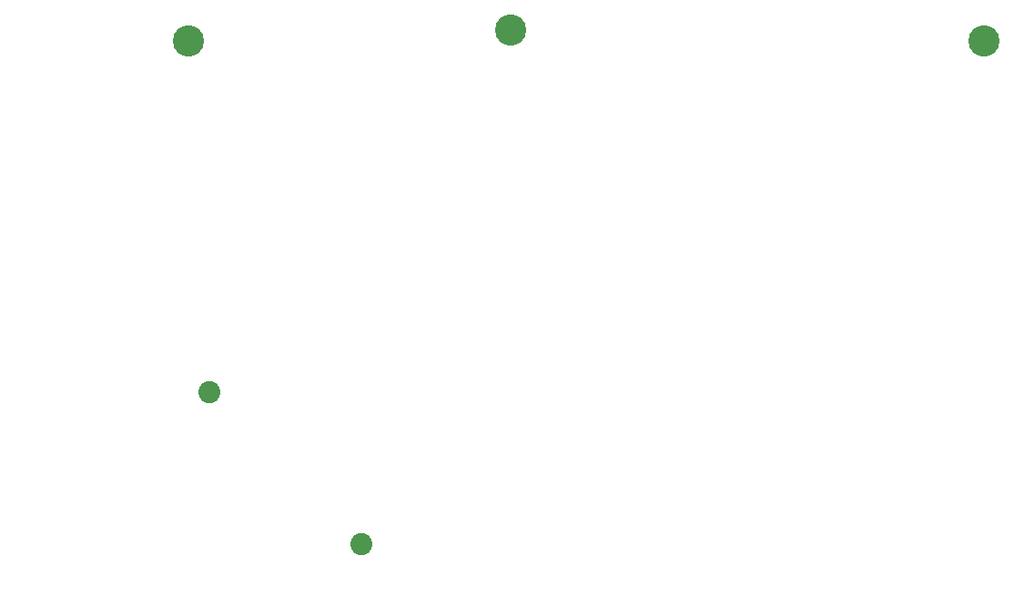
<source format=gts>
G75*
%MOIN*%
%OFA0B0*%
%FSLAX25Y25*%
%IPPOS*%
%LPD*%
%AMOC8*
5,1,8,0,0,1.08239X$1,22.5*
%
%ADD10C,0.11424*%
%ADD11R,0.07480X0.00394*%
%ADD12R,0.08268X0.00394*%
%ADD13R,0.16535X0.00394*%
%ADD14R,0.16929X0.00394*%
%ADD15R,0.22047X0.00394*%
%ADD16R,0.22441X0.00394*%
%ADD17R,0.25984X0.00394*%
%ADD18R,0.26772X0.00394*%
%ADD19R,0.29921X0.00394*%
%ADD20R,0.30315X0.00394*%
%ADD21R,0.33071X0.00394*%
%ADD22R,0.33465X0.00394*%
%ADD23R,0.36220X0.00394*%
%ADD24R,0.36614X0.00394*%
%ADD25R,0.38976X0.00394*%
%ADD26R,0.41732X0.00394*%
%ADD27R,0.42126X0.00394*%
%ADD28R,0.44094X0.00394*%
%ADD29R,0.43701X0.00394*%
%ADD30R,0.46457X0.00394*%
%ADD31R,0.46063X0.00394*%
%ADD32R,0.48425X0.00394*%
%ADD33R,0.50394X0.00394*%
%ADD34R,0.52362X0.00394*%
%ADD35R,0.54331X0.00394*%
%ADD36R,0.53937X0.00394*%
%ADD37R,0.55906X0.00394*%
%ADD38R,0.57480X0.00394*%
%ADD39R,0.57874X0.00394*%
%ADD40R,0.59055X0.00394*%
%ADD41R,0.59449X0.00394*%
%ADD42R,0.60630X0.00394*%
%ADD43R,0.61024X0.00394*%
%ADD44R,0.62205X0.00394*%
%ADD45R,0.62598X0.00394*%
%ADD46R,0.63780X0.00394*%
%ADD47R,0.64173X0.00394*%
%ADD48R,0.65354X0.00394*%
%ADD49R,0.65748X0.00394*%
%ADD50R,0.66535X0.00394*%
%ADD51R,0.68110X0.00394*%
%ADD52R,0.69291X0.00394*%
%ADD53R,0.69685X0.00394*%
%ADD54R,0.70866X0.00394*%
%ADD55R,0.72047X0.00394*%
%ADD56R,0.73228X0.00394*%
%ADD57R,0.73622X0.00394*%
%ADD58R,0.74409X0.00394*%
%ADD59R,0.75591X0.00394*%
%ADD60R,0.75984X0.00394*%
%ADD61R,0.76772X0.00394*%
%ADD62R,0.77953X0.00394*%
%ADD63R,0.78740X0.00394*%
%ADD64R,0.79134X0.00394*%
%ADD65R,0.80315X0.00394*%
%ADD66R,0.79921X0.00394*%
%ADD67R,0.81102X0.00394*%
%ADD68R,0.81496X0.00394*%
%ADD69R,0.82283X0.00394*%
%ADD70R,0.83071X0.00394*%
%ADD71R,0.84252X0.00394*%
%ADD72R,0.84646X0.00394*%
%ADD73R,0.85039X0.00394*%
%ADD74R,0.85433X0.00394*%
%ADD75R,0.86220X0.00394*%
%ADD76R,0.87402X0.00394*%
%ADD77R,0.87008X0.00394*%
%ADD78R,0.88189X0.00394*%
%ADD79R,0.87795X0.00394*%
%ADD80R,0.88976X0.00394*%
%ADD81R,0.89370X0.00394*%
%ADD82R,0.89764X0.00394*%
%ADD83R,0.90157X0.00394*%
%ADD84R,0.90551X0.00394*%
%ADD85R,0.90945X0.00394*%
%ADD86R,0.91732X0.00394*%
%ADD87R,0.92520X0.00394*%
%ADD88R,0.93307X0.00394*%
%ADD89R,0.94094X0.00394*%
%ADD90R,0.94882X0.00394*%
%ADD91R,0.95669X0.00394*%
%ADD92R,0.96457X0.00394*%
%ADD93R,0.97244X0.00394*%
%ADD94R,0.98031X0.00394*%
%ADD95R,0.98819X0.00394*%
%ADD96R,0.99606X0.00394*%
%ADD97R,1.00394X0.00394*%
%ADD98R,1.01181X0.00394*%
%ADD99R,1.01575X0.00394*%
%ADD100R,1.01969X0.00394*%
%ADD101R,0.48031X0.00394*%
%ADD102R,0.47638X0.00394*%
%ADD103R,0.44882X0.00394*%
%ADD104R,0.14961X0.00394*%
%ADD105R,0.44488X0.00394*%
%ADD106R,0.42913X0.00394*%
%ADD107R,0.42520X0.00394*%
%ADD108R,0.41339X0.00394*%
%ADD109R,0.40157X0.00394*%
%ADD110R,0.40551X0.00394*%
%ADD111R,0.39370X0.00394*%
%ADD112R,0.38583X0.00394*%
%ADD113R,0.37795X0.00394*%
%ADD114R,0.37402X0.00394*%
%ADD115R,0.37008X0.00394*%
%ADD116R,0.35827X0.00394*%
%ADD117R,0.35433X0.00394*%
%ADD118R,0.35039X0.00394*%
%ADD119R,0.34646X0.00394*%
%ADD120R,0.34252X0.00394*%
%ADD121R,0.33858X0.00394*%
%ADD122R,0.06693X0.00394*%
%ADD123R,0.32677X0.00394*%
%ADD124R,0.06299X0.00394*%
%ADD125R,0.32283X0.00394*%
%ADD126R,0.31890X0.00394*%
%ADD127R,0.31496X0.00394*%
%ADD128R,0.31102X0.00394*%
%ADD129R,0.30709X0.00394*%
%ADD130R,0.29528X0.00394*%
%ADD131R,0.29134X0.00394*%
%ADD132R,0.28740X0.00394*%
%ADD133R,0.28346X0.00394*%
%ADD134R,0.27953X0.00394*%
%ADD135R,0.04331X0.00394*%
%ADD136R,0.03150X0.00394*%
%ADD137R,0.27559X0.00394*%
%ADD138R,0.01969X0.00394*%
%ADD139R,0.00394X0.00394*%
%ADD140R,0.27165X0.00394*%
%ADD141R,0.03543X0.00394*%
%ADD142R,0.09843X0.00394*%
%ADD143R,0.12992X0.00394*%
%ADD144R,0.16142X0.00394*%
%ADD145R,0.18504X0.00394*%
%ADD146R,0.20079X0.00394*%
%ADD147R,0.26378X0.00394*%
%ADD148R,0.21654X0.00394*%
%ADD149R,0.23228X0.00394*%
%ADD150R,0.24803X0.00394*%
%ADD151R,0.25591X0.00394*%
%ADD152R,0.25197X0.00394*%
%ADD153R,0.38189X0.00394*%
%ADD154R,0.24409X0.00394*%
%ADD155R,0.24016X0.00394*%
%ADD156R,0.45276X0.00394*%
%ADD157R,0.46850X0.00394*%
%ADD158R,0.23622X0.00394*%
%ADD159R,0.22835X0.00394*%
%ADD160R,0.05118X0.00394*%
%ADD161R,0.49213X0.00394*%
%ADD162R,0.10236X0.00394*%
%ADD163R,0.11811X0.00394*%
%ADD164R,0.21260X0.00394*%
%ADD165R,0.49606X0.00394*%
%ADD166R,0.13386X0.00394*%
%ADD167R,0.50000X0.00394*%
%ADD168R,0.14567X0.00394*%
%ADD169R,0.15748X0.00394*%
%ADD170R,0.20866X0.00394*%
%ADD171R,0.20472X0.00394*%
%ADD172R,0.50787X0.00394*%
%ADD173R,0.17323X0.00394*%
%ADD174R,0.18110X0.00394*%
%ADD175R,0.08661X0.00394*%
%ADD176R,0.18898X0.00394*%
%ADD177R,0.19685X0.00394*%
%ADD178R,0.11417X0.00394*%
%ADD179R,0.51181X0.00394*%
%ADD180R,0.12598X0.00394*%
%ADD181R,0.51575X0.00394*%
%ADD182R,0.14173X0.00394*%
%ADD183R,0.09055X0.00394*%
%ADD184R,0.07874X0.00394*%
%ADD185R,0.07087X0.00394*%
%ADD186R,0.19291X0.00394*%
%ADD187R,0.05906X0.00394*%
%ADD188R,0.05512X0.00394*%
%ADD189R,0.09449X0.00394*%
%ADD190R,0.10630X0.00394*%
%ADD191R,0.04724X0.00394*%
%ADD192R,0.13780X0.00394*%
%ADD193R,0.12205X0.00394*%
%ADD194R,0.39764X0.00394*%
%ADD195R,0.00787X0.00394*%
%ADD196R,0.02756X0.00394*%
%ADD197R,0.01181X0.00394*%
%ADD198R,0.02362X0.00394*%
%ADD199R,0.40945X0.00394*%
%ADD200R,0.43307X0.00394*%
%ADD201R,0.45669X0.00394*%
%ADD202R,0.52756X0.00394*%
%ADD203R,0.53150X0.00394*%
%ADD204R,0.51969X0.00394*%
%ADD205R,0.80709X0.00394*%
%ADD206R,0.81890X0.00394*%
%ADD207R,0.82677X0.00394*%
%ADD208R,0.83465X0.00394*%
%ADD209R,0.83858X0.00394*%
%ADD210R,1.33858X0.00394*%
%ADD211R,1.33465X0.00394*%
%ADD212R,1.33071X0.00394*%
%ADD213R,1.32677X0.00394*%
%ADD214R,1.32283X0.00394*%
%ADD215R,1.31890X0.00394*%
%ADD216R,1.31496X0.00394*%
%ADD217R,1.30709X0.00394*%
%ADD218R,1.30315X0.00394*%
%ADD219R,1.29528X0.00394*%
%ADD220R,1.29134X0.00394*%
%ADD221R,1.28740X0.00394*%
%ADD222R,1.28346X0.00394*%
%ADD223R,1.27953X0.00394*%
%ADD224R,1.27559X0.00394*%
%ADD225R,1.27165X0.00394*%
%ADD226R,1.26378X0.00394*%
%ADD227R,1.25591X0.00394*%
%ADD228R,1.25197X0.00394*%
%ADD229R,1.24409X0.00394*%
%ADD230R,1.23622X0.00394*%
%ADD231R,1.23228X0.00394*%
%ADD232R,1.22441X0.00394*%
%ADD233R,1.21654X0.00394*%
%ADD234R,1.21260X0.00394*%
%ADD235R,1.20866X0.00394*%
%ADD236R,1.20472X0.00394*%
%ADD237R,1.19685X0.00394*%
%ADD238R,1.18898X0.00394*%
%ADD239R,1.18110X0.00394*%
%ADD240R,1.17323X0.00394*%
%ADD241R,1.16929X0.00394*%
%ADD242R,1.16535X0.00394*%
%ADD243R,1.16142X0.00394*%
%ADD244R,1.15748X0.00394*%
%ADD245R,1.15354X0.00394*%
%ADD246R,1.14961X0.00394*%
%ADD247R,1.14567X0.00394*%
%ADD248R,1.13780X0.00394*%
%ADD249R,1.13386X0.00394*%
%ADD250R,1.12992X0.00394*%
%ADD251R,1.12598X0.00394*%
%ADD252R,1.12205X0.00394*%
%ADD253R,0.97638X0.00394*%
%ADD254R,0.15354X0.00394*%
%ADD255R,1.03150X0.00394*%
%ADD256R,1.03937X0.00394*%
%ADD257R,1.04331X0.00394*%
%ADD258R,1.05118X0.00394*%
%ADD259R,1.05906X0.00394*%
%ADD260R,1.06299X0.00394*%
%ADD261R,1.07087X0.00394*%
%ADD262R,1.07480X0.00394*%
%ADD263R,1.08268X0.00394*%
%ADD264R,1.08661X0.00394*%
%ADD265R,1.09055X0.00394*%
%ADD266R,1.09843X0.00394*%
%ADD267R,1.10236X0.00394*%
%ADD268R,1.11024X0.00394*%
%ADD269R,1.11417X0.00394*%
%ADD270R,0.11024X0.00394*%
%ADD271R,1.14173X0.00394*%
%ADD272R,0.58268X0.00394*%
%ADD273R,0.56693X0.00394*%
%ADD274R,0.56299X0.00394*%
%ADD275R,0.55118X0.00394*%
%ADD276R,0.53543X0.00394*%
%ADD277R,0.48819X0.00394*%
%ADD278R,0.47244X0.00394*%
%ADD279C,0.08077*%
D10*
X0087677Y0225472D03*
X0205787Y0229409D03*
X0379016Y0225472D03*
D11*
X0308150Y0195157D03*
X0307756Y0194764D03*
X0307362Y0193976D03*
X0306969Y0193583D03*
X0306575Y0192795D03*
X0305787Y0191614D03*
X0305000Y0190433D03*
X0304606Y0189646D03*
X0304213Y0189252D03*
X0303819Y0188465D03*
X0303425Y0188071D03*
X0303031Y0187283D03*
X0302638Y0186890D03*
X0302244Y0186102D03*
X0301457Y0184921D03*
X0301063Y0184134D03*
X0300669Y0183740D03*
X0300276Y0182953D03*
X0299882Y0182559D03*
X0299488Y0181772D03*
X0299094Y0181378D03*
X0298701Y0180591D03*
X0297913Y0179409D03*
X0297126Y0178228D03*
X0296732Y0177441D03*
X0296339Y0177047D03*
X0295945Y0176260D03*
X0295551Y0175866D03*
X0295157Y0175079D03*
X0294764Y0174685D03*
X0294370Y0173898D03*
X0282559Y0182165D03*
X0281772Y0180984D03*
X0281378Y0180197D03*
X0280984Y0179803D03*
X0280591Y0179016D03*
X0280197Y0178622D03*
X0279803Y0177835D03*
X0279409Y0177441D03*
X0279016Y0176654D03*
X0278228Y0175472D03*
X0277441Y0174291D03*
X0277047Y0173504D03*
X0276654Y0173110D03*
X0264449Y0180591D03*
X0264055Y0180197D03*
X0263661Y0179409D03*
X0262874Y0178228D03*
X0262087Y0177047D03*
X0261693Y0176260D03*
X0261299Y0175866D03*
X0260906Y0175079D03*
X0260512Y0174685D03*
X0260118Y0173898D03*
X0259724Y0173504D03*
X0264843Y0181378D03*
X0265236Y0181772D03*
X0265630Y0182559D03*
X0266024Y0182953D03*
X0266417Y0183740D03*
X0267205Y0184921D03*
X0267992Y0186102D03*
X0268386Y0186890D03*
X0268780Y0187283D03*
X0269173Y0188071D03*
X0269567Y0188465D03*
X0269961Y0189252D03*
X0270354Y0189646D03*
X0270748Y0190433D03*
X0271535Y0191614D03*
X0271929Y0192402D03*
X0272323Y0192795D03*
X0272717Y0193583D03*
X0273110Y0193976D03*
X0273504Y0194764D03*
X0273898Y0195157D03*
X0286102Y0187677D03*
X0285315Y0186496D03*
X0284921Y0185709D03*
X0284528Y0185315D03*
X0284134Y0184528D03*
X0283740Y0184134D03*
X0283346Y0183346D03*
X0286890Y0188858D03*
X0287677Y0190039D03*
X0288071Y0190827D03*
X0288465Y0191220D03*
X0288858Y0192008D03*
X0289252Y0192402D03*
X0289646Y0193189D03*
X0290433Y0194370D03*
X0291220Y0195551D03*
X0240827Y0196339D03*
X0240039Y0197520D03*
X0239646Y0197913D03*
X0206181Y0116417D03*
X0272323Y0114055D03*
X0272717Y0113268D03*
X0273110Y0112874D03*
X0273504Y0112087D03*
X0273898Y0111693D03*
X0274291Y0110906D03*
X0274685Y0110512D03*
X0274685Y0110118D03*
X0275079Y0109724D03*
X0275472Y0109331D03*
X0275866Y0108543D03*
X0276260Y0108150D03*
X0277441Y0106575D03*
X0282165Y0100669D03*
X0288465Y0105787D03*
X0103425Y0101850D03*
X0103425Y0091220D03*
X0087677Y0090827D03*
X0087283Y0091220D03*
X0087283Y0101457D03*
X0095157Y0027441D03*
X0100669Y0204213D03*
X0100276Y0204606D03*
X0099882Y0205394D03*
D12*
X0101457Y0203425D03*
X0101850Y0203031D03*
X0214843Y0126260D03*
X0215236Y0126654D03*
X0214449Y0125866D03*
X0214055Y0125472D03*
X0213661Y0125079D03*
X0213268Y0124685D03*
X0212874Y0124291D03*
X0212480Y0123898D03*
X0212087Y0123504D03*
X0211693Y0123110D03*
X0210118Y0121142D03*
X0209724Y0120748D03*
X0209331Y0120354D03*
X0208937Y0119961D03*
X0208543Y0119567D03*
X0208150Y0119173D03*
X0207756Y0118780D03*
X0207362Y0118386D03*
X0206969Y0117992D03*
X0206181Y0116811D03*
X0216811Y0128622D03*
X0217205Y0129016D03*
X0217598Y0129409D03*
X0217992Y0129803D03*
X0218386Y0130197D03*
X0218780Y0130591D03*
X0219173Y0130984D03*
X0219567Y0131378D03*
X0219961Y0131772D03*
X0220354Y0132165D03*
X0221535Y0133740D03*
X0221929Y0134134D03*
X0222323Y0134528D03*
X0222717Y0134921D03*
X0223110Y0135315D03*
X0223504Y0135709D03*
X0223898Y0136102D03*
X0224291Y0136496D03*
X0224685Y0136890D03*
X0225079Y0137283D03*
X0226654Y0139252D03*
X0227047Y0139646D03*
X0227441Y0140039D03*
X0227835Y0140433D03*
X0228228Y0140827D03*
X0228622Y0141220D03*
X0229016Y0141614D03*
X0229409Y0142008D03*
X0229803Y0142402D03*
X0230197Y0142795D03*
X0231378Y0144370D03*
X0231772Y0144764D03*
X0232165Y0145157D03*
X0232559Y0145551D03*
X0232953Y0145945D03*
X0233346Y0146339D03*
X0233740Y0146732D03*
X0234134Y0147126D03*
X0234528Y0147520D03*
X0234921Y0147913D03*
X0236102Y0149488D03*
X0236496Y0149882D03*
X0236890Y0150276D03*
X0237283Y0150669D03*
X0237677Y0151063D03*
X0238071Y0151457D03*
X0238465Y0151850D03*
X0238858Y0152244D03*
X0239252Y0152638D03*
X0239646Y0153031D03*
X0240827Y0154606D03*
X0241220Y0155000D03*
X0241614Y0155394D03*
X0242008Y0155787D03*
X0242402Y0156181D03*
X0242795Y0156575D03*
X0243189Y0156969D03*
X0243583Y0157362D03*
X0243976Y0157756D03*
X0244370Y0158150D03*
X0244764Y0158543D03*
X0245945Y0160118D03*
X0246339Y0160512D03*
X0246732Y0160906D03*
X0247126Y0161299D03*
X0252244Y0166811D03*
X0246732Y0143976D03*
X0283740Y0091614D03*
X0288465Y0027441D03*
X0095551Y0084134D03*
X0088071Y0090433D03*
X0237283Y0200669D03*
X0237677Y0200276D03*
X0238071Y0199882D03*
X0238465Y0199488D03*
D13*
X0246929Y0141220D03*
X0095354Y0086496D03*
X0095354Y0027835D03*
X0056772Y0144370D03*
D14*
X0095551Y0106181D03*
X0112480Y0197126D03*
X0145945Y0206969D03*
X0288465Y0090827D03*
X0288465Y0027835D03*
D15*
X0149685Y0083346D03*
X0149685Y0083740D03*
X0149685Y0084134D03*
X0150472Y0102638D03*
X0150472Y0103031D03*
X0056378Y0141220D03*
X0095354Y0028228D03*
X0246535Y0137677D03*
D16*
X0246339Y0137283D03*
X0187677Y0115630D03*
X0150669Y0103819D03*
X0150669Y0103425D03*
X0056181Y0140827D03*
X0112874Y0198701D03*
X0288465Y0028228D03*
D17*
X0338661Y0070354D03*
X0338661Y0070748D03*
X0339055Y0071142D03*
X0339449Y0071929D03*
X0339055Y0119173D03*
X0339055Y0119567D03*
X0338661Y0119961D03*
X0338268Y0120748D03*
X0245354Y0133346D03*
X0245354Y0133740D03*
X0238661Y0120748D03*
X0238268Y0119961D03*
X0237874Y0119567D03*
X0237874Y0119173D03*
X0237480Y0071929D03*
X0237874Y0071142D03*
X0238268Y0070748D03*
X0238268Y0070354D03*
X0146142Y0071535D03*
X0145748Y0070748D03*
X0145354Y0069961D03*
X0095354Y0028622D03*
X0045748Y0069567D03*
X0045354Y0070354D03*
X0044961Y0070748D03*
X0044961Y0071142D03*
X0044567Y0118780D03*
X0044961Y0119567D03*
X0045354Y0119961D03*
X0045354Y0120354D03*
X0055197Y0137283D03*
X0055197Y0137677D03*
X0145354Y0120354D03*
X0145748Y0119961D03*
X0145748Y0119567D03*
X0146142Y0119173D03*
X0113071Y0199882D03*
D18*
X0131969Y0169961D03*
X0131575Y0169567D03*
X0131181Y0168780D03*
X0130787Y0168386D03*
X0130787Y0167992D03*
X0130394Y0167598D03*
X0130394Y0167205D03*
X0130000Y0166811D03*
X0129606Y0166024D03*
X0129213Y0165630D03*
X0129213Y0165236D03*
X0128819Y0164843D03*
X0128819Y0164449D03*
X0128425Y0164055D03*
X0128031Y0163268D03*
X0127638Y0162874D03*
X0127638Y0162480D03*
X0127244Y0162087D03*
X0127244Y0161693D03*
X0126850Y0161299D03*
X0126457Y0160512D03*
X0126063Y0160118D03*
X0126063Y0159724D03*
X0125669Y0159331D03*
X0125669Y0158937D03*
X0125276Y0158543D03*
X0124882Y0158150D03*
X0124882Y0157756D03*
X0124488Y0157362D03*
X0124488Y0156969D03*
X0124094Y0156575D03*
X0124094Y0156181D03*
X0123701Y0155787D03*
X0123307Y0155394D03*
X0123307Y0155000D03*
X0122913Y0154606D03*
X0122913Y0154213D03*
X0122520Y0153819D03*
X0122126Y0153031D03*
X0121732Y0152638D03*
X0121732Y0152244D03*
X0121339Y0151850D03*
X0121339Y0151457D03*
X0120945Y0151063D03*
X0144173Y0122717D03*
X0144173Y0122323D03*
X0144567Y0121929D03*
X0187874Y0114449D03*
X0239055Y0121535D03*
X0239449Y0121929D03*
X0239449Y0122323D03*
X0239843Y0122717D03*
X0244961Y0132165D03*
X0244961Y0132559D03*
X0337087Y0122717D03*
X0337480Y0122323D03*
X0337874Y0121535D03*
X0337480Y0068386D03*
X0337087Y0067598D03*
X0288661Y0028622D03*
X0239843Y0067598D03*
X0239843Y0067992D03*
X0239449Y0068386D03*
X0144567Y0068386D03*
X0144173Y0067992D03*
X0046929Y0067598D03*
X0046535Y0067992D03*
X0046535Y0068386D03*
X0046142Y0068780D03*
X0046535Y0122323D03*
X0046929Y0123110D03*
X0054803Y0136496D03*
D19*
X0139055Y0129409D03*
X0187874Y0071142D03*
X0139055Y0060906D03*
X0095354Y0029016D03*
X0051654Y0061299D03*
X0244567Y0061299D03*
X0244961Y0060906D03*
X0331969Y0060906D03*
X0332362Y0061299D03*
X0332362Y0129409D03*
X0331969Y0129803D03*
X0306772Y0154606D03*
X0204409Y0218780D03*
X0138268Y0205394D03*
D20*
X0137677Y0205000D03*
X0137283Y0204606D03*
X0204213Y0218386D03*
X0138465Y0130197D03*
X0138858Y0129803D03*
X0187677Y0113268D03*
X0138465Y0060512D03*
X0052638Y0060118D03*
X0052244Y0060512D03*
X0051850Y0060906D03*
X0245157Y0060512D03*
X0245551Y0060118D03*
X0288465Y0029016D03*
X0331378Y0060118D03*
X0331772Y0060512D03*
D21*
X0328031Y0056969D03*
X0248898Y0056969D03*
X0187874Y0072323D03*
X0135118Y0056969D03*
X0095354Y0029409D03*
X0055984Y0056969D03*
X0134724Y0133740D03*
X0135512Y0170748D03*
X0135512Y0171142D03*
X0204409Y0214449D03*
X0204409Y0214843D03*
D22*
X0204606Y0214055D03*
X0122323Y0147520D03*
X0187677Y0112087D03*
X0134528Y0056575D03*
X0249488Y0056575D03*
X0288465Y0029409D03*
X0327441Y0056575D03*
X0327835Y0133740D03*
X0327441Y0134134D03*
X0307756Y0153031D03*
D23*
X0324488Y0054213D03*
X0095354Y0029803D03*
X0059528Y0054213D03*
D24*
X0131378Y0054213D03*
X0187677Y0073898D03*
X0187677Y0110512D03*
X0122717Y0145551D03*
X0206181Y0212874D03*
X0252638Y0054213D03*
X0288465Y0029803D03*
D25*
X0288465Y0030197D03*
X0187677Y0075079D03*
X0187677Y0109331D03*
X0128622Y0138071D03*
X0123110Y0144370D03*
X0207756Y0211693D03*
X0321929Y0137677D03*
X0095551Y0030197D03*
D26*
X0095354Y0030591D03*
X0126850Y0051850D03*
X0125669Y0140039D03*
X0209921Y0209724D03*
X0309134Y0149094D03*
D27*
X0319567Y0138858D03*
X0210512Y0209331D03*
X0123504Y0142402D03*
X0123504Y0142008D03*
X0125079Y0140433D03*
X0187677Y0107362D03*
X0187677Y0077047D03*
X0288465Y0030591D03*
D28*
X0187874Y0105787D03*
X0095354Y0030984D03*
X0309528Y0147913D03*
X0120945Y0201063D03*
D29*
X0187677Y0106181D03*
X0187677Y0078622D03*
X0187677Y0078228D03*
X0288465Y0030984D03*
D30*
X0315827Y0140433D03*
X0095354Y0031378D03*
D31*
X0187677Y0080197D03*
X0187677Y0080591D03*
X0187677Y0103819D03*
X0187677Y0104213D03*
X0288465Y0031378D03*
X0309724Y0146732D03*
D32*
X0310118Y0145551D03*
X0187677Y0101457D03*
X0187677Y0101063D03*
X0187677Y0083346D03*
X0187677Y0082953D03*
X0095551Y0031772D03*
X0288465Y0031772D03*
D33*
X0288661Y0032165D03*
X0313071Y0141614D03*
X0125276Y0224685D03*
X0095354Y0032165D03*
D34*
X0095551Y0032559D03*
X0288465Y0032559D03*
D35*
X0095354Y0032953D03*
X0125276Y0223110D03*
D36*
X0288465Y0032953D03*
D37*
X0288661Y0033346D03*
X0095354Y0033346D03*
X0125276Y0222323D03*
D38*
X0125276Y0221142D03*
X0095354Y0033740D03*
D39*
X0288465Y0033740D03*
D40*
X0095354Y0034134D03*
D41*
X0288465Y0034134D03*
D42*
X0095354Y0034528D03*
D43*
X0288465Y0034528D03*
D44*
X0095354Y0034921D03*
D45*
X0288465Y0034921D03*
D46*
X0095354Y0035315D03*
D47*
X0288465Y0035315D03*
D48*
X0095354Y0035709D03*
D49*
X0288465Y0035709D03*
D50*
X0288465Y0036102D03*
X0095551Y0036102D03*
D51*
X0095551Y0036496D03*
X0288465Y0036496D03*
D52*
X0095354Y0036890D03*
D53*
X0288465Y0036890D03*
D54*
X0288661Y0037283D03*
X0095354Y0037283D03*
D55*
X0095551Y0037677D03*
X0288465Y0037677D03*
D56*
X0095354Y0038071D03*
D57*
X0288465Y0038071D03*
D58*
X0288465Y0038465D03*
X0095551Y0038465D03*
D59*
X0095354Y0038858D03*
D60*
X0288465Y0038858D03*
D61*
X0288465Y0039252D03*
X0095551Y0039252D03*
D62*
X0095354Y0039646D03*
X0288661Y0039646D03*
D63*
X0095354Y0040039D03*
D64*
X0288465Y0040039D03*
D65*
X0289055Y0167598D03*
X0289449Y0167992D03*
X0289843Y0168386D03*
X0095354Y0040433D03*
D66*
X0288465Y0040433D03*
D67*
X0289843Y0169173D03*
X0095354Y0040827D03*
D68*
X0288465Y0040827D03*
X0290039Y0169567D03*
D69*
X0290039Y0170354D03*
X0288465Y0041220D03*
X0095551Y0041220D03*
D70*
X0095551Y0041614D03*
X0288465Y0041614D03*
X0290433Y0171142D03*
D71*
X0290630Y0172323D03*
X0290630Y0172717D03*
X0095354Y0042008D03*
D72*
X0288465Y0042008D03*
D73*
X0095354Y0042402D03*
D74*
X0288465Y0042402D03*
D75*
X0288465Y0042795D03*
X0095551Y0042795D03*
D76*
X0095354Y0043189D03*
D77*
X0288465Y0043189D03*
D78*
X0095354Y0043583D03*
D79*
X0288465Y0043583D03*
D80*
X0095354Y0043976D03*
D81*
X0288465Y0043976D03*
D82*
X0095354Y0044370D03*
D83*
X0288465Y0044370D03*
D84*
X0095354Y0044764D03*
D85*
X0288465Y0044764D03*
D86*
X0288465Y0045157D03*
X0095551Y0045157D03*
D87*
X0095551Y0045551D03*
X0288465Y0045551D03*
D88*
X0288465Y0045945D03*
X0095551Y0045945D03*
D89*
X0095551Y0046339D03*
X0288465Y0046339D03*
D90*
X0288465Y0046732D03*
X0095551Y0046732D03*
D91*
X0095551Y0047126D03*
X0288465Y0047126D03*
D92*
X0288465Y0047520D03*
X0095551Y0047520D03*
D93*
X0095551Y0047913D03*
X0288465Y0047913D03*
D94*
X0288465Y0048307D03*
X0095551Y0048307D03*
D95*
X0095551Y0048701D03*
X0288465Y0048701D03*
X0299882Y0196339D03*
D96*
X0288465Y0049094D03*
X0095551Y0049094D03*
D97*
X0095551Y0049488D03*
X0288465Y0049488D03*
X0299488Y0196732D03*
D98*
X0288465Y0049882D03*
X0095551Y0049882D03*
D99*
X0095354Y0050276D03*
X0299291Y0197126D03*
D100*
X0299094Y0197520D03*
X0288465Y0050276D03*
D101*
X0261102Y0050669D03*
X0187874Y0082559D03*
X0187874Y0101850D03*
X0122520Y0050669D03*
X0068189Y0050669D03*
X0309921Y0145945D03*
X0315039Y0140827D03*
D102*
X0187677Y0102638D03*
X0187677Y0102244D03*
X0187677Y0082165D03*
X0187677Y0081772D03*
X0316024Y0050669D03*
X0122717Y0201457D03*
D103*
X0125276Y0225866D03*
X0309528Y0147520D03*
X0317795Y0051063D03*
X0124488Y0051063D03*
X0066220Y0051063D03*
D104*
X0095354Y0106969D03*
X0056772Y0145157D03*
X0175669Y0056575D03*
X0175669Y0056181D03*
X0175669Y0055787D03*
X0175669Y0055394D03*
X0175669Y0055000D03*
X0175669Y0054606D03*
X0175669Y0054213D03*
X0175669Y0053819D03*
X0175669Y0053425D03*
X0175669Y0053031D03*
X0175669Y0052638D03*
X0175669Y0052244D03*
X0175669Y0051850D03*
X0175669Y0051457D03*
X0175669Y0051063D03*
X0200472Y0128228D03*
X0200472Y0128622D03*
X0200472Y0129016D03*
X0200472Y0129409D03*
X0200472Y0129803D03*
X0200472Y0130197D03*
X0200472Y0130591D03*
X0200472Y0130984D03*
X0200472Y0131378D03*
X0200472Y0131772D03*
X0200472Y0132165D03*
X0200472Y0132559D03*
X0200472Y0132953D03*
X0200472Y0133346D03*
X0200472Y0133740D03*
X0246929Y0142008D03*
X0288268Y0089646D03*
D105*
X0259331Y0051063D03*
X0187677Y0079016D03*
X0187677Y0105394D03*
X0317598Y0139646D03*
D106*
X0187677Y0106575D03*
X0187677Y0077835D03*
X0125866Y0051457D03*
X0064843Y0051457D03*
X0123504Y0141614D03*
D107*
X0124488Y0140827D03*
X0187874Y0106969D03*
X0187874Y0077441D03*
X0257953Y0051457D03*
X0318976Y0051457D03*
X0309134Y0148701D03*
X0211496Y0208543D03*
X0211102Y0208937D03*
X0125276Y0226260D03*
D108*
X0209724Y0210118D03*
X0308937Y0149488D03*
X0187677Y0107756D03*
X0187677Y0076654D03*
X0256969Y0051850D03*
X0319961Y0051850D03*
X0129803Y0135315D03*
X0126260Y0139646D03*
X0123504Y0142795D03*
X0064055Y0051850D03*
D109*
X0063071Y0052244D03*
X0187874Y0075866D03*
X0187874Y0108543D03*
X0129606Y0136102D03*
X0127638Y0138858D03*
X0123307Y0143583D03*
X0208740Y0210906D03*
X0308740Y0149882D03*
X0321339Y0138071D03*
X0320945Y0052244D03*
X0255984Y0052244D03*
D110*
X0187677Y0076260D03*
X0187677Y0108150D03*
X0129803Y0135709D03*
X0127047Y0139252D03*
X0123504Y0143189D03*
X0127835Y0052244D03*
D111*
X0128425Y0052638D03*
X0187874Y0075472D03*
X0255197Y0052638D03*
X0321732Y0052638D03*
X0308740Y0150276D03*
X0129606Y0136890D03*
X0129606Y0136496D03*
X0128031Y0138465D03*
X0123307Y0143976D03*
X0062283Y0052638D03*
D112*
X0061496Y0053031D03*
X0129213Y0053031D03*
X0254409Y0053031D03*
X0322520Y0053031D03*
X0308740Y0150669D03*
X0207165Y0212087D03*
X0129606Y0137283D03*
D113*
X0122913Y0144764D03*
X0130000Y0053425D03*
X0060709Y0053425D03*
X0254016Y0053425D03*
X0308346Y0151063D03*
D114*
X0323504Y0136890D03*
X0206575Y0212480D03*
X0122717Y0145157D03*
X0187677Y0110118D03*
X0187677Y0074291D03*
X0323110Y0053425D03*
D115*
X0323701Y0053819D03*
X0253228Y0053819D03*
X0130787Y0053819D03*
X0060315Y0053819D03*
X0308346Y0151457D03*
X0324094Y0136496D03*
D116*
X0324685Y0136102D03*
X0308150Y0151850D03*
X0187677Y0110906D03*
X0187677Y0073504D03*
X0131772Y0054606D03*
X0058937Y0054606D03*
X0122717Y0145945D03*
X0251850Y0054606D03*
X0325079Y0054606D03*
D117*
X0325669Y0055000D03*
X0325276Y0135709D03*
X0307953Y0152244D03*
X0205591Y0213268D03*
X0122520Y0146339D03*
X0132362Y0055000D03*
X0058346Y0055000D03*
D118*
X0132953Y0055394D03*
X0187677Y0073110D03*
X0187677Y0111299D03*
X0251457Y0055000D03*
X0325866Y0135315D03*
D119*
X0326457Y0134921D03*
X0326063Y0055394D03*
X0250866Y0055394D03*
X0133543Y0055787D03*
X0057953Y0055394D03*
X0122520Y0146732D03*
X0205197Y0213661D03*
D120*
X0122323Y0147126D03*
X0133346Y0134921D03*
X0133740Y0134528D03*
X0187677Y0111693D03*
X0187677Y0072717D03*
X0249882Y0056181D03*
X0250276Y0055787D03*
X0326654Y0055787D03*
X0307756Y0152638D03*
X0057362Y0055787D03*
D121*
X0056772Y0056181D03*
X0056378Y0056575D03*
X0133937Y0056181D03*
X0134331Y0134134D03*
X0135512Y0170354D03*
X0326850Y0134528D03*
X0327244Y0056181D03*
D122*
X0288465Y0086890D03*
X0294370Y0092402D03*
X0294370Y0100276D03*
X0293976Y0100669D03*
X0282165Y0100276D03*
X0269567Y0118780D03*
X0269173Y0119567D03*
X0268780Y0120354D03*
X0268386Y0121142D03*
X0267992Y0121929D03*
X0267598Y0122717D03*
X0267598Y0123110D03*
X0267205Y0123504D03*
X0267205Y0123898D03*
X0266811Y0124291D03*
X0266811Y0124685D03*
X0266417Y0125079D03*
X0266417Y0125472D03*
X0266024Y0125866D03*
X0266024Y0126260D03*
X0266024Y0126654D03*
X0265630Y0127047D03*
X0265630Y0127441D03*
X0265236Y0127835D03*
X0265236Y0128228D03*
X0264843Y0129016D03*
X0264449Y0129803D03*
X0264449Y0130197D03*
X0264055Y0130984D03*
X0263661Y0131772D03*
X0263661Y0132165D03*
X0263268Y0132953D03*
X0263268Y0133346D03*
X0262874Y0134134D03*
X0262480Y0135315D03*
X0262087Y0136102D03*
X0262087Y0136496D03*
X0261693Y0137283D03*
X0261693Y0137677D03*
X0261299Y0138465D03*
X0260512Y0141220D03*
X0260118Y0142402D03*
X0259724Y0143583D03*
X0258937Y0146339D03*
X0258543Y0147520D03*
X0257756Y0150276D03*
X0199488Y0127047D03*
X0199094Y0125866D03*
X0198701Y0124685D03*
X0198307Y0123898D03*
X0198307Y0123504D03*
X0197913Y0122717D03*
X0197520Y0121535D03*
X0197126Y0120354D03*
X0174685Y0119173D03*
X0174291Y0119961D03*
X0173898Y0120748D03*
X0173504Y0121535D03*
X0173110Y0122323D03*
X0172717Y0123110D03*
X0172323Y0123898D03*
X0171929Y0124685D03*
X0171535Y0125472D03*
X0171142Y0126260D03*
X0170748Y0127047D03*
X0170354Y0127835D03*
X0169961Y0128622D03*
X0169567Y0129409D03*
X0169173Y0130197D03*
X0168780Y0130984D03*
X0168386Y0131772D03*
X0167992Y0132559D03*
X0167598Y0133346D03*
X0167205Y0134134D03*
X0166811Y0134921D03*
X0166417Y0135709D03*
X0166024Y0136496D03*
X0165630Y0137283D03*
X0165236Y0138071D03*
X0164843Y0138858D03*
X0164449Y0139646D03*
X0164055Y0140433D03*
X0163661Y0141220D03*
X0163268Y0142008D03*
X0162874Y0142795D03*
X0162480Y0143583D03*
X0162087Y0144370D03*
X0161693Y0144764D03*
X0161693Y0145157D03*
X0161299Y0145551D03*
X0161299Y0145945D03*
X0160906Y0146339D03*
X0160906Y0146732D03*
X0160512Y0147126D03*
X0160512Y0147520D03*
X0160118Y0147913D03*
X0160118Y0148307D03*
X0159724Y0148701D03*
X0159724Y0149094D03*
X0159331Y0149488D03*
X0159331Y0149882D03*
X0158937Y0150276D03*
X0158937Y0150669D03*
X0158543Y0151063D03*
X0158543Y0151457D03*
X0158150Y0151850D03*
X0158150Y0152244D03*
X0157756Y0152638D03*
X0157756Y0153031D03*
X0157362Y0153425D03*
X0157362Y0153819D03*
X0156969Y0154213D03*
X0156969Y0154606D03*
X0156575Y0155000D03*
X0156575Y0155394D03*
X0156181Y0155787D03*
X0156181Y0156181D03*
X0155787Y0156575D03*
X0155787Y0156969D03*
X0155394Y0157362D03*
X0155394Y0157756D03*
X0155000Y0158150D03*
X0154606Y0158937D03*
X0154606Y0159331D03*
X0154213Y0159724D03*
X0153819Y0160512D03*
X0153819Y0160906D03*
X0153425Y0161299D03*
X0153031Y0162087D03*
X0152638Y0162874D03*
X0152244Y0163661D03*
X0151850Y0164449D03*
X0151457Y0165236D03*
X0151063Y0166024D03*
X0150669Y0166811D03*
X0150276Y0167598D03*
X0149882Y0168386D03*
X0149488Y0169173D03*
X0149094Y0169961D03*
X0135709Y0196732D03*
X0135315Y0197520D03*
X0134921Y0198307D03*
X0134528Y0199094D03*
X0134134Y0199882D03*
X0133740Y0200669D03*
X0152244Y0209724D03*
X0152244Y0210118D03*
X0152638Y0210512D03*
X0152638Y0216811D03*
X0152638Y0217205D03*
X0152244Y0217598D03*
X0152244Y0217992D03*
X0098307Y0217598D03*
X0097913Y0217205D03*
X0097913Y0216811D03*
X0098307Y0208543D03*
X0098701Y0207756D03*
X0098701Y0207362D03*
X0099094Y0206969D03*
X0099094Y0206575D03*
X0112480Y0134921D03*
X0112087Y0134134D03*
X0111693Y0133346D03*
X0111299Y0132559D03*
X0110906Y0131772D03*
X0110512Y0130984D03*
X0109724Y0129803D03*
X0109331Y0129016D03*
X0108937Y0128228D03*
X0108543Y0127441D03*
X0108150Y0126654D03*
X0107756Y0125866D03*
X0107362Y0125079D03*
X0106969Y0124291D03*
X0106575Y0123504D03*
X0106181Y0122717D03*
X0105787Y0121929D03*
X0105394Y0121142D03*
X0105000Y0120354D03*
X0104606Y0119567D03*
X0104213Y0118780D03*
X0103819Y0117992D03*
X0103031Y0116811D03*
X0102638Y0116024D03*
X0102244Y0115236D03*
X0101850Y0114449D03*
X0101457Y0113661D03*
X0101063Y0112874D03*
X0100669Y0112087D03*
X0100276Y0111299D03*
X0099882Y0110512D03*
X0099488Y0109724D03*
X0104213Y0100669D03*
X0104606Y0099882D03*
X0104606Y0093189D03*
X0104606Y0092795D03*
X0104213Y0092402D03*
X0086496Y0092402D03*
X0086102Y0093189D03*
X0086102Y0099488D03*
X0086496Y0100276D03*
X0086890Y0101063D03*
X0178622Y0063268D03*
X0178228Y0062087D03*
X0177441Y0059331D03*
X0177047Y0058150D03*
X0176654Y0056969D03*
D123*
X0135315Y0057362D03*
X0055394Y0057362D03*
X0055000Y0057756D03*
X0135315Y0133346D03*
X0135709Y0132953D03*
X0121929Y0147913D03*
X0204213Y0215236D03*
X0204213Y0215630D03*
X0204213Y0216024D03*
X0204213Y0216417D03*
X0307362Y0153425D03*
X0328228Y0133346D03*
X0328622Y0057362D03*
X0248307Y0057362D03*
D124*
X0282362Y0092402D03*
X0281969Y0092795D03*
X0281969Y0099882D03*
X0294567Y0092795D03*
X0265039Y0128622D03*
X0264646Y0129409D03*
X0264252Y0130591D03*
X0263858Y0131378D03*
X0263465Y0132559D03*
X0263071Y0133740D03*
X0262677Y0134528D03*
X0262677Y0134921D03*
X0262283Y0135709D03*
X0261890Y0136890D03*
X0261496Y0138071D03*
X0261102Y0138858D03*
X0261102Y0139252D03*
X0261102Y0139646D03*
X0260709Y0140039D03*
X0260709Y0140433D03*
X0260709Y0140827D03*
X0260315Y0141614D03*
X0260315Y0142008D03*
X0259921Y0142795D03*
X0259921Y0143189D03*
X0259528Y0143976D03*
X0259528Y0144370D03*
X0259528Y0144764D03*
X0259134Y0145157D03*
X0259134Y0145551D03*
X0259134Y0145945D03*
X0258740Y0146732D03*
X0258740Y0147126D03*
X0258346Y0147913D03*
X0258346Y0148307D03*
X0258346Y0148701D03*
X0257953Y0149094D03*
X0257953Y0149488D03*
X0257953Y0149882D03*
X0257559Y0150669D03*
X0257559Y0151063D03*
X0257559Y0151457D03*
X0257165Y0151850D03*
X0257165Y0152244D03*
X0257165Y0152638D03*
X0257165Y0153031D03*
X0256772Y0153425D03*
X0256772Y0153819D03*
X0256772Y0154213D03*
X0256772Y0154606D03*
X0256378Y0155000D03*
X0256378Y0155394D03*
X0256378Y0155787D03*
X0255984Y0156181D03*
X0255984Y0156575D03*
X0255984Y0156969D03*
X0255984Y0157362D03*
X0255591Y0157756D03*
X0255591Y0158150D03*
X0255591Y0158543D03*
X0255591Y0158937D03*
X0255197Y0159331D03*
X0255197Y0159724D03*
X0255197Y0160118D03*
X0254803Y0160512D03*
X0254803Y0160906D03*
X0254803Y0161299D03*
X0251260Y0173110D03*
X0199685Y0127835D03*
X0199685Y0127441D03*
X0199291Y0126654D03*
X0199291Y0126260D03*
X0198898Y0125472D03*
X0198898Y0125079D03*
X0198504Y0124291D03*
X0198110Y0123110D03*
X0197717Y0122323D03*
X0197717Y0121929D03*
X0197323Y0121142D03*
X0197323Y0120748D03*
X0196929Y0119961D03*
X0206378Y0116024D03*
X0174488Y0118780D03*
X0105197Y0098701D03*
X0105197Y0098307D03*
X0105197Y0097913D03*
X0105197Y0097520D03*
X0105197Y0097126D03*
X0105197Y0095551D03*
X0105197Y0095157D03*
X0105197Y0094764D03*
X0105197Y0094370D03*
X0104803Y0093976D03*
X0104803Y0093583D03*
X0104803Y0099094D03*
X0104803Y0099488D03*
X0086299Y0099882D03*
X0085906Y0099094D03*
X0085906Y0098701D03*
X0085512Y0097520D03*
X0085512Y0097126D03*
X0085512Y0096732D03*
X0085512Y0096339D03*
X0085512Y0095945D03*
X0085512Y0095551D03*
X0085512Y0095157D03*
X0085906Y0094370D03*
X0085906Y0093976D03*
X0085906Y0093583D03*
X0086299Y0092795D03*
X0178819Y0064449D03*
X0178819Y0064055D03*
X0178819Y0063661D03*
X0178425Y0062874D03*
X0178425Y0062480D03*
X0178031Y0061693D03*
X0178031Y0061299D03*
X0178031Y0060906D03*
X0177638Y0060512D03*
X0177638Y0060118D03*
X0177638Y0059724D03*
X0177244Y0058937D03*
X0177244Y0058543D03*
X0176850Y0057756D03*
X0176850Y0057362D03*
X0098504Y0208150D03*
X0098110Y0208937D03*
X0098110Y0209331D03*
X0098110Y0209724D03*
X0097717Y0210118D03*
X0097717Y0210512D03*
X0097717Y0210906D03*
X0097717Y0211299D03*
X0097323Y0212480D03*
X0097323Y0212874D03*
X0097323Y0213268D03*
X0097323Y0213661D03*
X0097323Y0214055D03*
X0097323Y0214449D03*
X0097323Y0214843D03*
X0097323Y0215236D03*
X0097717Y0216024D03*
X0097717Y0216417D03*
X0152835Y0216417D03*
X0152835Y0216024D03*
X0153228Y0215236D03*
X0153228Y0214843D03*
X0153228Y0214449D03*
X0153228Y0214055D03*
X0153228Y0213661D03*
X0153228Y0213268D03*
X0153228Y0212874D03*
X0153228Y0212480D03*
X0152835Y0211693D03*
X0152835Y0211299D03*
X0152835Y0210906D03*
D125*
X0135512Y0171929D03*
X0135512Y0171535D03*
X0187874Y0112480D03*
X0136299Y0058150D03*
X0135906Y0057756D03*
X0248110Y0057756D03*
X0328819Y0057756D03*
X0329213Y0132559D03*
X0328819Y0132953D03*
D126*
X0329803Y0058543D03*
X0329409Y0058150D03*
X0247520Y0058150D03*
X0247126Y0058543D03*
X0187677Y0071929D03*
X0136496Y0132165D03*
X0136102Y0132559D03*
X0121929Y0148307D03*
X0131772Y0201850D03*
X0204213Y0216811D03*
X0204213Y0217205D03*
X0054213Y0058543D03*
X0054606Y0058150D03*
D127*
X0053622Y0058937D03*
X0136693Y0058543D03*
X0137087Y0058937D03*
X0137087Y0131772D03*
X0135512Y0172323D03*
X0133150Y0202244D03*
X0204409Y0217598D03*
X0307165Y0153819D03*
X0329606Y0132165D03*
X0330000Y0131772D03*
X0330394Y0131378D03*
D128*
X0330984Y0059724D03*
X0330591Y0059331D03*
X0330197Y0058937D03*
X0246732Y0058937D03*
X0246339Y0059331D03*
X0187677Y0071535D03*
X0137677Y0059331D03*
X0187677Y0112874D03*
X0137677Y0130984D03*
X0137283Y0131378D03*
X0121929Y0148701D03*
X0135709Y0172717D03*
X0134134Y0202638D03*
X0134921Y0203031D03*
X0135315Y0203425D03*
X0204213Y0217992D03*
X0053425Y0059331D03*
D129*
X0052835Y0059724D03*
X0137874Y0059724D03*
X0138268Y0060118D03*
X0138268Y0130591D03*
X0121732Y0149094D03*
X0135512Y0173110D03*
X0135906Y0203819D03*
X0136693Y0204213D03*
X0307165Y0154213D03*
X0330787Y0130984D03*
X0331181Y0130591D03*
X0331575Y0130197D03*
X0246142Y0059724D03*
D130*
X0244370Y0061693D03*
X0243976Y0062087D03*
X0243583Y0062480D03*
X0332559Y0061693D03*
X0332953Y0128622D03*
X0332559Y0129016D03*
X0204213Y0219173D03*
X0138858Y0205787D03*
X0121535Y0149488D03*
X0139646Y0129016D03*
X0053031Y0132165D03*
X0052638Y0131378D03*
X0052244Y0130984D03*
X0052244Y0130591D03*
X0051850Y0130197D03*
X0051850Y0129803D03*
X0051457Y0129409D03*
X0051063Y0129016D03*
X0051063Y0061693D03*
X0139252Y0061299D03*
X0139646Y0061693D03*
X0140039Y0062087D03*
D131*
X0140236Y0062480D03*
X0140630Y0062874D03*
X0050866Y0062087D03*
X0050472Y0062480D03*
X0050472Y0128228D03*
X0050866Y0128622D03*
X0052835Y0131772D03*
X0053228Y0132559D03*
X0053622Y0133346D03*
X0121339Y0149882D03*
X0139843Y0128622D03*
X0140236Y0128228D03*
X0140630Y0127835D03*
X0333150Y0128228D03*
X0333543Y0127835D03*
X0333937Y0127441D03*
X0333543Y0062480D03*
X0333150Y0062087D03*
D132*
X0333740Y0062874D03*
X0334134Y0063268D03*
X0243189Y0062874D03*
X0242795Y0063268D03*
X0187677Y0070748D03*
X0141220Y0063661D03*
X0140827Y0063268D03*
X0187677Y0113661D03*
X0141220Y0127047D03*
X0140827Y0127441D03*
X0053819Y0133740D03*
X0053425Y0132953D03*
X0050276Y0127835D03*
X0049882Y0127441D03*
X0049488Y0063661D03*
X0049882Y0063268D03*
X0050276Y0062874D03*
X0113661Y0200669D03*
X0139252Y0206181D03*
X0204213Y0219567D03*
X0306575Y0155000D03*
X0334134Y0127047D03*
X0334528Y0126654D03*
D133*
X0334724Y0126260D03*
X0335118Y0125866D03*
X0306772Y0155394D03*
X0307165Y0155787D03*
X0307165Y0156181D03*
X0307559Y0156575D03*
X0307953Y0156969D03*
X0307953Y0157362D03*
X0308346Y0157756D03*
X0308740Y0158150D03*
X0308740Y0158543D03*
X0309134Y0158937D03*
X0309528Y0159331D03*
X0309921Y0159724D03*
X0309921Y0160118D03*
X0310315Y0160512D03*
X0310709Y0160906D03*
X0310709Y0161299D03*
X0311102Y0161693D03*
X0311496Y0162087D03*
X0311496Y0162480D03*
X0311890Y0162874D03*
X0312283Y0163268D03*
X0312283Y0163661D03*
X0312677Y0164055D03*
X0313071Y0164449D03*
X0313465Y0164843D03*
X0313465Y0165236D03*
X0313858Y0165630D03*
X0314252Y0166024D03*
X0314252Y0166417D03*
X0314646Y0166811D03*
X0318976Y0173110D03*
X0319370Y0173504D03*
X0319764Y0173898D03*
X0319764Y0174291D03*
X0320157Y0174685D03*
X0320551Y0175079D03*
X0320551Y0175472D03*
X0320945Y0175866D03*
X0321339Y0176260D03*
X0321339Y0176654D03*
X0321732Y0177047D03*
X0322126Y0177441D03*
X0322520Y0177835D03*
X0322520Y0178228D03*
X0322913Y0178622D03*
X0323307Y0179016D03*
X0323307Y0179409D03*
X0323701Y0179803D03*
X0324094Y0180197D03*
X0324094Y0180591D03*
X0324488Y0180984D03*
X0324882Y0181378D03*
X0324882Y0181772D03*
X0325276Y0182165D03*
X0325669Y0182559D03*
X0326063Y0182953D03*
X0326063Y0183346D03*
X0326457Y0183740D03*
X0326850Y0184134D03*
X0326850Y0184528D03*
X0327244Y0184921D03*
X0327638Y0185315D03*
X0327638Y0185709D03*
X0328031Y0186102D03*
X0328425Y0186496D03*
X0328819Y0187283D03*
X0329213Y0187677D03*
X0329606Y0188071D03*
X0329606Y0188465D03*
X0330000Y0188858D03*
X0330394Y0189252D03*
X0330394Y0189646D03*
X0330787Y0190039D03*
X0331181Y0190433D03*
X0331181Y0190827D03*
X0331575Y0191220D03*
X0331969Y0191614D03*
X0332362Y0192008D03*
X0332362Y0192402D03*
X0332756Y0192795D03*
X0333150Y0193189D03*
X0333150Y0193583D03*
X0333543Y0193976D03*
X0333937Y0194370D03*
X0333937Y0194764D03*
X0334331Y0195157D03*
X0334724Y0195551D03*
X0243780Y0129409D03*
X0243386Y0128622D03*
X0242992Y0127835D03*
X0242598Y0127047D03*
X0242205Y0126260D03*
X0241811Y0064843D03*
X0242205Y0064055D03*
X0242598Y0063661D03*
X0334331Y0063661D03*
X0334724Y0064055D03*
X0141811Y0064449D03*
X0141417Y0064055D03*
X0049291Y0064055D03*
X0048898Y0064449D03*
X0049291Y0126654D03*
X0049685Y0127047D03*
X0054016Y0134134D03*
X0054016Y0134528D03*
X0141417Y0126654D03*
X0141811Y0126260D03*
D134*
X0142008Y0125866D03*
X0142402Y0125472D03*
X0121142Y0150276D03*
X0187677Y0114055D03*
X0241614Y0125472D03*
X0242008Y0125866D03*
X0242402Y0126654D03*
X0242795Y0127441D03*
X0243189Y0128228D03*
X0243583Y0129016D03*
X0243976Y0129803D03*
X0328622Y0186890D03*
X0335315Y0125472D03*
X0335709Y0125079D03*
X0335709Y0065630D03*
X0335315Y0064843D03*
X0334921Y0064449D03*
X0242008Y0064449D03*
X0241220Y0065630D03*
X0187677Y0070354D03*
X0142402Y0065236D03*
X0142008Y0064843D03*
X0048701Y0064843D03*
X0048307Y0065236D03*
X0048307Y0125079D03*
X0048701Y0125472D03*
X0048701Y0125866D03*
X0049094Y0126260D03*
X0054213Y0134921D03*
D135*
X0173898Y0117992D03*
X0178228Y0064843D03*
D136*
X0177638Y0065236D03*
X0173701Y0117598D03*
D137*
X0143386Y0123898D03*
X0142992Y0124291D03*
X0142992Y0124685D03*
X0142598Y0125079D03*
X0120945Y0150669D03*
X0054409Y0135315D03*
X0048110Y0124685D03*
X0047717Y0124291D03*
X0047717Y0066417D03*
X0047717Y0066024D03*
X0048110Y0065630D03*
X0142598Y0065630D03*
X0142992Y0066024D03*
X0240630Y0066417D03*
X0241024Y0066024D03*
X0241417Y0065236D03*
X0241024Y0124685D03*
X0241417Y0125079D03*
X0244173Y0130197D03*
X0244173Y0130591D03*
X0244567Y0130984D03*
X0244567Y0131378D03*
X0335906Y0124685D03*
X0336299Y0124291D03*
X0336299Y0066417D03*
X0335906Y0066024D03*
X0335512Y0065236D03*
X0140236Y0206575D03*
D138*
X0198701Y0118780D03*
X0206575Y0114055D03*
X0177047Y0065630D03*
D139*
X0176654Y0066024D03*
X0172717Y0116417D03*
D140*
X0143976Y0123110D03*
X0143583Y0123504D03*
X0122323Y0153425D03*
X0126654Y0160906D03*
X0128228Y0163661D03*
X0129803Y0166417D03*
X0131378Y0169173D03*
X0113268Y0200276D03*
X0204213Y0219961D03*
X0244764Y0131772D03*
X0240827Y0124291D03*
X0240433Y0123898D03*
X0240433Y0123504D03*
X0240039Y0123110D03*
X0240039Y0067205D03*
X0240433Y0066811D03*
X0336496Y0066811D03*
X0336890Y0067205D03*
X0337283Y0067992D03*
X0336890Y0123110D03*
X0336496Y0123504D03*
X0336496Y0123898D03*
X0143976Y0067598D03*
X0143583Y0067205D03*
X0143583Y0066811D03*
X0143189Y0066417D03*
X0047520Y0066811D03*
X0047126Y0067205D03*
X0046732Y0122717D03*
X0047126Y0123504D03*
X0047520Y0123898D03*
X0054606Y0135709D03*
X0054606Y0136102D03*
D141*
X0187677Y0066417D03*
X0206575Y0114843D03*
X0198307Y0119173D03*
X0288465Y0086496D03*
D142*
X0187677Y0066811D03*
X0187677Y0117598D03*
X0251850Y0165630D03*
X0233740Y0203819D03*
X0101457Y0089646D03*
D143*
X0095551Y0107756D03*
X0187677Y0067205D03*
X0246732Y0142795D03*
X0251063Y0162874D03*
X0227441Y0207756D03*
X0112480Y0196339D03*
D144*
X0187677Y0116811D03*
X0187677Y0067598D03*
X0095551Y0106575D03*
X0288465Y0090433D03*
D145*
X0246732Y0140039D03*
X0187677Y0116417D03*
X0187677Y0067992D03*
X0112480Y0197520D03*
D146*
X0056575Y0142402D03*
X0095551Y0104606D03*
X0149882Y0098307D03*
X0149488Y0088465D03*
X0149488Y0088071D03*
X0187677Y0068386D03*
X0187677Y0116024D03*
X0246732Y0139252D03*
X0286102Y0103031D03*
D147*
X0245157Y0132953D03*
X0238858Y0121142D03*
X0238465Y0120354D03*
X0238465Y0069961D03*
X0238858Y0069567D03*
X0238858Y0069173D03*
X0239252Y0068780D03*
X0187677Y0069961D03*
X0145551Y0070354D03*
X0145157Y0069567D03*
X0144764Y0069173D03*
X0144764Y0068780D03*
X0145157Y0120748D03*
X0145157Y0121142D03*
X0144764Y0121535D03*
X0055000Y0136890D03*
X0046339Y0121929D03*
X0045945Y0121535D03*
X0045945Y0121142D03*
X0045551Y0120748D03*
X0045551Y0069961D03*
X0045945Y0069173D03*
X0204213Y0208150D03*
X0204213Y0220354D03*
X0337677Y0121929D03*
X0338071Y0121142D03*
X0338465Y0120354D03*
X0338465Y0069961D03*
X0338071Y0069567D03*
X0338071Y0069173D03*
X0337677Y0068780D03*
D148*
X0187677Y0068780D03*
X0149488Y0084528D03*
X0150276Y0101850D03*
X0150276Y0102244D03*
X0095551Y0103425D03*
X0095551Y0089252D03*
D149*
X0040039Y0105000D03*
X0039646Y0103031D03*
X0039646Y0102638D03*
X0039646Y0102244D03*
X0039646Y0101850D03*
X0039252Y0100669D03*
X0039252Y0100276D03*
X0039252Y0099882D03*
X0039252Y0099488D03*
X0039252Y0099094D03*
X0039252Y0098701D03*
X0039252Y0098307D03*
X0039252Y0097913D03*
X0039252Y0097520D03*
X0039252Y0097126D03*
X0039252Y0096732D03*
X0039252Y0096339D03*
X0039252Y0095945D03*
X0039252Y0095551D03*
X0039252Y0095157D03*
X0039252Y0094764D03*
X0039252Y0094370D03*
X0039252Y0093976D03*
X0039252Y0093583D03*
X0039252Y0093189D03*
X0039252Y0092795D03*
X0039252Y0092402D03*
X0039252Y0092008D03*
X0039252Y0091614D03*
X0039252Y0091220D03*
X0039252Y0090827D03*
X0039252Y0090433D03*
X0039252Y0090039D03*
X0039646Y0088465D03*
X0039646Y0088071D03*
X0039646Y0087677D03*
X0039646Y0087283D03*
X0056181Y0140433D03*
X0150669Y0105000D03*
X0150669Y0104606D03*
X0187677Y0069173D03*
X0232953Y0086102D03*
X0232953Y0086496D03*
X0232559Y0088071D03*
X0232559Y0088465D03*
X0232559Y0088858D03*
X0232559Y0089252D03*
X0232559Y0089646D03*
X0232559Y0090039D03*
X0232559Y0090433D03*
X0232165Y0091220D03*
X0232165Y0091614D03*
X0232165Y0092008D03*
X0232165Y0092402D03*
X0232165Y0092795D03*
X0232165Y0093189D03*
X0232165Y0093583D03*
X0232165Y0093976D03*
X0232165Y0094370D03*
X0232165Y0094764D03*
X0232165Y0095157D03*
X0232165Y0095551D03*
X0232165Y0095945D03*
X0232165Y0096339D03*
X0232165Y0096732D03*
X0232165Y0097126D03*
X0232165Y0097520D03*
X0232165Y0097913D03*
X0232165Y0098307D03*
X0232165Y0098701D03*
X0232165Y0099094D03*
X0232559Y0099882D03*
X0232559Y0100276D03*
X0232559Y0100669D03*
X0232559Y0101063D03*
X0232559Y0101457D03*
X0232559Y0101850D03*
X0232559Y0102244D03*
X0232953Y0104213D03*
X0246339Y0136890D03*
X0343976Y0104606D03*
X0344370Y0102638D03*
X0344370Y0102244D03*
X0344370Y0101850D03*
X0344370Y0101457D03*
X0344370Y0101063D03*
X0344370Y0100669D03*
X0344764Y0099488D03*
X0344764Y0099094D03*
X0344764Y0098701D03*
X0344764Y0098307D03*
X0344764Y0097913D03*
X0344764Y0097520D03*
X0344764Y0097126D03*
X0344764Y0096732D03*
X0344764Y0096339D03*
X0344764Y0095945D03*
X0344764Y0095551D03*
X0344764Y0095157D03*
X0344764Y0094764D03*
X0344764Y0094370D03*
X0344764Y0093976D03*
X0344764Y0093583D03*
X0344764Y0093189D03*
X0344764Y0092795D03*
X0344764Y0092402D03*
X0344764Y0092008D03*
X0344764Y0091614D03*
X0344764Y0091220D03*
X0344764Y0090827D03*
X0344370Y0089646D03*
X0344370Y0089252D03*
X0344370Y0088858D03*
X0344370Y0088465D03*
X0344370Y0088071D03*
X0343976Y0086102D03*
X0204213Y0207362D03*
X0204213Y0221142D03*
D150*
X0204213Y0220748D03*
X0204213Y0207756D03*
X0112874Y0199488D03*
X0055787Y0138858D03*
X0043189Y0115630D03*
X0042795Y0114843D03*
X0042795Y0114449D03*
X0042402Y0114055D03*
X0042402Y0113661D03*
X0042008Y0077835D03*
X0042402Y0077047D03*
X0042402Y0076654D03*
X0042795Y0075866D03*
X0042795Y0075472D03*
X0043189Y0074685D03*
X0147913Y0075472D03*
X0147913Y0075866D03*
X0148307Y0076260D03*
X0148307Y0076654D03*
X0148701Y0077441D03*
X0187677Y0069567D03*
X0235315Y0077047D03*
X0235709Y0076260D03*
X0235709Y0075866D03*
X0236102Y0075472D03*
X0236102Y0075079D03*
X0235315Y0113268D03*
X0235315Y0113661D03*
X0235709Y0114055D03*
X0235709Y0114449D03*
X0236102Y0115236D03*
X0245945Y0135315D03*
X0340433Y0116417D03*
X0340827Y0115630D03*
X0340827Y0115236D03*
X0341220Y0114843D03*
X0341220Y0114449D03*
X0341614Y0113661D03*
X0341614Y0113268D03*
X0341614Y0077047D03*
X0341220Y0076260D03*
X0341220Y0075866D03*
X0340827Y0075079D03*
X0148701Y0112874D03*
X0148307Y0114055D03*
X0148307Y0114449D03*
X0147913Y0114843D03*
X0147913Y0115236D03*
X0147520Y0116024D03*
D151*
X0146732Y0117598D03*
X0146732Y0117992D03*
X0146339Y0118386D03*
X0146339Y0118780D03*
X0147126Y0073504D03*
X0146732Y0072717D03*
X0146732Y0072323D03*
X0146339Y0071929D03*
X0145945Y0071142D03*
X0236890Y0073110D03*
X0237283Y0072717D03*
X0237283Y0072323D03*
X0237677Y0071535D03*
X0236890Y0117205D03*
X0237283Y0117992D03*
X0237283Y0118386D03*
X0237677Y0118780D03*
X0245551Y0134134D03*
X0339252Y0118780D03*
X0339646Y0118386D03*
X0339646Y0117992D03*
X0340039Y0117205D03*
X0340039Y0073110D03*
X0339646Y0072323D03*
X0339252Y0071535D03*
X0055394Y0138071D03*
X0044764Y0119173D03*
X0044370Y0118386D03*
X0043976Y0117598D03*
X0043583Y0073898D03*
X0043976Y0073110D03*
X0043976Y0072717D03*
X0044370Y0072323D03*
X0044370Y0071929D03*
X0044764Y0071535D03*
D152*
X0043780Y0073504D03*
X0043386Y0074291D03*
X0042992Y0075079D03*
X0042992Y0115236D03*
X0043386Y0116024D03*
X0043386Y0116417D03*
X0043780Y0116811D03*
X0043780Y0117205D03*
X0044173Y0117992D03*
X0055591Y0138465D03*
X0146929Y0117205D03*
X0147323Y0116811D03*
X0147323Y0116417D03*
X0147717Y0115630D03*
X0187874Y0114843D03*
X0235906Y0114843D03*
X0236299Y0115630D03*
X0236299Y0116024D03*
X0236693Y0116417D03*
X0236693Y0116811D03*
X0237087Y0117598D03*
X0245748Y0134528D03*
X0245748Y0134921D03*
X0236299Y0074685D03*
X0236299Y0074291D03*
X0236693Y0073898D03*
X0236693Y0073504D03*
X0147717Y0074685D03*
X0147717Y0075079D03*
X0147323Y0074291D03*
X0147323Y0073898D03*
X0146929Y0073110D03*
X0339843Y0072717D03*
X0340236Y0073504D03*
X0340236Y0073898D03*
X0340630Y0074291D03*
X0340630Y0074685D03*
X0341024Y0075472D03*
X0340630Y0116024D03*
X0340236Y0116811D03*
X0339843Y0117598D03*
D153*
X0322717Y0137283D03*
X0187677Y0109724D03*
X0187677Y0074685D03*
X0129409Y0137677D03*
D154*
X0148504Y0113661D03*
X0148504Y0113268D03*
X0148898Y0112480D03*
X0148898Y0112087D03*
X0149291Y0111693D03*
X0149291Y0111299D03*
X0149291Y0110906D03*
X0149685Y0080591D03*
X0149291Y0079409D03*
X0149291Y0079016D03*
X0148898Y0078622D03*
X0148898Y0078228D03*
X0148898Y0077835D03*
X0148504Y0077047D03*
X0234331Y0080197D03*
X0234724Y0079016D03*
X0234724Y0078622D03*
X0235118Y0078228D03*
X0235118Y0077835D03*
X0235118Y0077441D03*
X0235512Y0076654D03*
X0234331Y0110512D03*
X0234724Y0111299D03*
X0234724Y0111693D03*
X0234724Y0112087D03*
X0235118Y0112480D03*
X0235118Y0112874D03*
X0341417Y0114055D03*
X0341811Y0112874D03*
X0341811Y0112480D03*
X0342205Y0112087D03*
X0342205Y0111693D03*
X0342598Y0110512D03*
X0342598Y0080197D03*
X0342598Y0079803D03*
X0342205Y0079016D03*
X0342205Y0078622D03*
X0342205Y0078228D03*
X0341811Y0077835D03*
X0341811Y0077441D03*
X0341417Y0076654D03*
X0042598Y0076260D03*
X0042205Y0077441D03*
X0041811Y0078228D03*
X0041811Y0078622D03*
X0041417Y0079409D03*
X0041417Y0079803D03*
X0041417Y0110906D03*
X0041811Y0111693D03*
X0041811Y0112087D03*
X0041811Y0112480D03*
X0042205Y0112874D03*
X0042205Y0113268D03*
D155*
X0041614Y0111299D03*
X0041220Y0110512D03*
X0041220Y0110118D03*
X0041220Y0109724D03*
X0040827Y0109331D03*
X0040827Y0108937D03*
X0040827Y0108543D03*
X0040433Y0107362D03*
X0040433Y0106969D03*
X0040433Y0083346D03*
X0040827Y0082165D03*
X0040827Y0081772D03*
X0040827Y0081378D03*
X0041220Y0080984D03*
X0041220Y0080591D03*
X0041220Y0080197D03*
X0041614Y0079016D03*
X0055787Y0139252D03*
X0149488Y0110512D03*
X0149488Y0110118D03*
X0149882Y0109724D03*
X0149882Y0109331D03*
X0149882Y0108937D03*
X0150276Y0108150D03*
X0150276Y0107756D03*
X0150276Y0107362D03*
X0150669Y0105787D03*
X0187677Y0115236D03*
X0233346Y0106575D03*
X0233740Y0107756D03*
X0233740Y0108150D03*
X0233740Y0108543D03*
X0234134Y0109331D03*
X0234134Y0109724D03*
X0234134Y0110118D03*
X0234528Y0110906D03*
X0245945Y0135709D03*
X0233346Y0084134D03*
X0233740Y0082559D03*
X0233740Y0082165D03*
X0233740Y0081772D03*
X0234134Y0081378D03*
X0234134Y0080984D03*
X0234134Y0080591D03*
X0234528Y0079803D03*
X0234528Y0079409D03*
X0149882Y0080984D03*
X0149488Y0080197D03*
X0149488Y0079803D03*
X0342402Y0079409D03*
X0342795Y0080591D03*
X0342795Y0080984D03*
X0342795Y0081378D03*
X0343189Y0081772D03*
X0343189Y0082165D03*
X0343189Y0082559D03*
X0343583Y0083740D03*
X0343583Y0106575D03*
X0343189Y0108150D03*
X0343189Y0108543D03*
X0343189Y0108937D03*
X0342795Y0109331D03*
X0342795Y0109724D03*
X0342795Y0110118D03*
X0342402Y0110906D03*
X0342402Y0111299D03*
D156*
X0187677Y0105000D03*
X0187677Y0104606D03*
X0187677Y0079803D03*
X0187677Y0079409D03*
D157*
X0187677Y0080984D03*
X0187677Y0081378D03*
X0187677Y0103031D03*
X0187677Y0103425D03*
X0309724Y0146339D03*
D158*
X0343386Y0107756D03*
X0343386Y0107362D03*
X0343386Y0106969D03*
X0343780Y0106181D03*
X0343780Y0105787D03*
X0343780Y0105394D03*
X0343780Y0105000D03*
X0344173Y0104213D03*
X0344173Y0103819D03*
X0344173Y0103425D03*
X0344173Y0103031D03*
X0344567Y0100276D03*
X0344567Y0099882D03*
X0344567Y0090433D03*
X0344567Y0090039D03*
X0344173Y0087677D03*
X0344173Y0087283D03*
X0344173Y0086890D03*
X0344173Y0086496D03*
X0343780Y0085709D03*
X0343780Y0085315D03*
X0343780Y0084921D03*
X0343780Y0084528D03*
X0343780Y0084134D03*
X0343386Y0083346D03*
X0343386Y0082953D03*
X0246142Y0136102D03*
X0246142Y0136496D03*
X0233937Y0108937D03*
X0233543Y0107362D03*
X0233543Y0106969D03*
X0233150Y0106181D03*
X0233150Y0105787D03*
X0233150Y0105394D03*
X0233150Y0105000D03*
X0233150Y0104606D03*
X0232756Y0103819D03*
X0232756Y0103425D03*
X0232756Y0103031D03*
X0232756Y0102638D03*
X0232362Y0099488D03*
X0232362Y0090827D03*
X0232756Y0087677D03*
X0232756Y0087283D03*
X0232756Y0086890D03*
X0233150Y0085709D03*
X0233150Y0085315D03*
X0233150Y0084921D03*
X0233150Y0084528D03*
X0233543Y0083740D03*
X0233543Y0083346D03*
X0233543Y0082953D03*
X0149685Y0081772D03*
X0149685Y0081378D03*
X0150866Y0105394D03*
X0150472Y0106181D03*
X0150472Y0106575D03*
X0150472Y0106969D03*
X0150079Y0108543D03*
X0055984Y0139646D03*
X0055984Y0140039D03*
X0040630Y0108150D03*
X0040630Y0107756D03*
X0040236Y0106575D03*
X0040236Y0106181D03*
X0040236Y0105787D03*
X0040236Y0105394D03*
X0039843Y0104606D03*
X0039843Y0104213D03*
X0039843Y0103819D03*
X0039843Y0103425D03*
X0039449Y0101457D03*
X0039449Y0101063D03*
X0039449Y0089646D03*
X0039449Y0089252D03*
X0039449Y0088858D03*
X0039843Y0086890D03*
X0039843Y0086496D03*
X0039843Y0086102D03*
X0039843Y0085709D03*
X0040236Y0085315D03*
X0040236Y0084921D03*
X0040236Y0084528D03*
X0040236Y0084134D03*
X0040236Y0083740D03*
X0040630Y0082953D03*
X0040630Y0082559D03*
X0112677Y0199094D03*
D159*
X0150472Y0104213D03*
X0149685Y0082953D03*
X0149685Y0082559D03*
X0149685Y0082165D03*
D160*
X0174291Y0118386D03*
X0197520Y0119567D03*
X0280984Y0097520D03*
X0280984Y0097126D03*
X0280984Y0096732D03*
X0280984Y0096339D03*
X0280984Y0095945D03*
X0280984Y0095551D03*
X0280984Y0095157D03*
X0295551Y0094764D03*
X0295551Y0097913D03*
X0095551Y0083740D03*
D161*
X0187677Y0083740D03*
X0187677Y0084134D03*
X0187677Y0084528D03*
X0187677Y0099882D03*
X0187677Y0100276D03*
X0187677Y0100669D03*
X0310118Y0145157D03*
X0314055Y0141220D03*
D162*
X0251654Y0165236D03*
X0246929Y0143583D03*
X0288268Y0087677D03*
X0233150Y0204213D03*
X0232756Y0204606D03*
X0112283Y0195945D03*
X0103622Y0201850D03*
X0056772Y0146732D03*
X0097323Y0108937D03*
X0089449Y0089646D03*
X0095354Y0084528D03*
D163*
X0095354Y0084921D03*
X0056772Y0146339D03*
X0229606Y0206575D03*
X0251260Y0164055D03*
X0251260Y0163661D03*
X0246929Y0143189D03*
D164*
X0246535Y0138465D03*
X0246535Y0138071D03*
X0150472Y0101457D03*
X0149685Y0085709D03*
X0149685Y0085315D03*
X0149685Y0084921D03*
X0095354Y0103819D03*
X0056378Y0141614D03*
X0112677Y0198307D03*
D165*
X0187874Y0084921D03*
D166*
X0095354Y0085315D03*
X0250866Y0162480D03*
X0288268Y0088858D03*
D167*
X0310118Y0144764D03*
X0187677Y0099488D03*
X0187677Y0099094D03*
X0187677Y0098701D03*
X0187677Y0098307D03*
X0187677Y0086102D03*
X0187677Y0085709D03*
X0187677Y0085315D03*
D168*
X0095551Y0085709D03*
X0250669Y0161693D03*
D169*
X0246929Y0141614D03*
X0288268Y0090039D03*
X0095354Y0086102D03*
X0056772Y0144764D03*
D170*
X0056575Y0142008D03*
X0095551Y0088858D03*
X0149488Y0086102D03*
X0150276Y0100276D03*
X0150276Y0100669D03*
X0150276Y0101063D03*
D171*
X0150079Y0099882D03*
X0150079Y0099488D03*
X0150079Y0099094D03*
X0150079Y0098701D03*
X0149685Y0087677D03*
X0149685Y0087283D03*
X0149685Y0086890D03*
X0149685Y0086496D03*
X0095354Y0088465D03*
X0095354Y0104213D03*
X0246535Y0138858D03*
D172*
X0187677Y0097913D03*
X0187677Y0097520D03*
X0187677Y0097126D03*
X0187677Y0096732D03*
X0187677Y0096339D03*
X0187677Y0088071D03*
X0187677Y0087677D03*
X0187677Y0087283D03*
X0187677Y0086890D03*
X0187677Y0086496D03*
X0310118Y0144370D03*
D173*
X0246929Y0140827D03*
X0288268Y0091220D03*
X0095354Y0086890D03*
X0056772Y0143976D03*
D174*
X0056772Y0143583D03*
X0095354Y0105787D03*
X0095354Y0087283D03*
X0246929Y0140433D03*
D175*
X0235906Y0149094D03*
X0235512Y0148701D03*
X0235118Y0148307D03*
X0231181Y0143976D03*
X0230787Y0143583D03*
X0230394Y0143189D03*
X0226457Y0138858D03*
X0226063Y0138465D03*
X0225669Y0138071D03*
X0225276Y0137677D03*
X0221339Y0133346D03*
X0220945Y0132953D03*
X0220551Y0132559D03*
X0216614Y0128228D03*
X0216220Y0127835D03*
X0215827Y0127441D03*
X0215433Y0127047D03*
X0211496Y0122717D03*
X0211102Y0122323D03*
X0210709Y0121929D03*
X0210315Y0121535D03*
X0206772Y0117598D03*
X0206378Y0117205D03*
X0239843Y0153425D03*
X0240236Y0153819D03*
X0240630Y0154213D03*
X0244961Y0158937D03*
X0245354Y0159331D03*
X0245748Y0159724D03*
X0252047Y0166417D03*
X0236693Y0201063D03*
X0236299Y0201457D03*
X0150472Y0207756D03*
X0150472Y0219961D03*
X0100079Y0219961D03*
X0102441Y0102638D03*
X0088268Y0102638D03*
X0088661Y0090039D03*
X0288268Y0087283D03*
X0292992Y0091614D03*
D176*
X0095354Y0087677D03*
X0095354Y0105394D03*
X0056772Y0143189D03*
D177*
X0095354Y0088071D03*
X0149685Y0088858D03*
X0149685Y0089252D03*
X0149685Y0089646D03*
X0149685Y0090039D03*
X0149685Y0090433D03*
X0149685Y0090827D03*
X0149685Y0091220D03*
X0149685Y0091614D03*
X0149685Y0092008D03*
X0149685Y0092402D03*
X0150079Y0096732D03*
X0150079Y0097126D03*
X0150079Y0097520D03*
X0150079Y0097913D03*
X0285118Y0104213D03*
X0285512Y0103819D03*
X0285906Y0103425D03*
X0286299Y0102638D03*
X0286693Y0102244D03*
X0287087Y0101850D03*
X0112677Y0197913D03*
D178*
X0230197Y0206181D03*
X0251457Y0164449D03*
X0288465Y0088071D03*
X0096732Y0108543D03*
D179*
X0187874Y0095945D03*
X0187874Y0088465D03*
X0310315Y0143976D03*
X0125276Y0224291D03*
D180*
X0228031Y0207362D03*
X0251260Y0163268D03*
X0288268Y0088465D03*
X0056772Y0145945D03*
D181*
X0187677Y0095551D03*
X0187677Y0095157D03*
X0187677Y0094764D03*
X0187677Y0094370D03*
X0187677Y0093976D03*
X0187677Y0093583D03*
X0187677Y0093189D03*
X0187677Y0092795D03*
X0187677Y0092402D03*
X0187677Y0092008D03*
X0187677Y0091614D03*
X0187677Y0091220D03*
X0187677Y0090827D03*
X0187677Y0090433D03*
X0187677Y0090039D03*
X0187677Y0089646D03*
X0187677Y0089252D03*
X0187677Y0088858D03*
X0312087Y0142008D03*
D182*
X0246929Y0142402D03*
X0288268Y0089252D03*
X0226457Y0208150D03*
X0056772Y0145551D03*
D183*
X0101850Y0103031D03*
X0102244Y0090039D03*
X0236102Y0201850D03*
X0235709Y0202244D03*
X0102244Y0202638D03*
X0282559Y0101063D03*
X0288465Y0105394D03*
D184*
X0293386Y0101063D03*
X0278819Y0105000D03*
X0278425Y0105394D03*
X0278031Y0105787D03*
X0277638Y0106181D03*
X0277244Y0106969D03*
X0276850Y0107362D03*
X0276457Y0107756D03*
X0275669Y0108937D03*
X0240630Y0196732D03*
X0240236Y0197126D03*
X0239449Y0198307D03*
X0239055Y0198701D03*
X0238661Y0199094D03*
X0151260Y0208543D03*
X0150866Y0208150D03*
X0151260Y0219173D03*
X0150866Y0219567D03*
X0100866Y0203819D03*
X0099291Y0219173D03*
X0099685Y0219567D03*
X0056772Y0147126D03*
X0098898Y0109331D03*
X0102835Y0102244D03*
X0103228Y0090827D03*
X0102835Y0090433D03*
X0087874Y0102244D03*
X0087480Y0101850D03*
D185*
X0086693Y0100669D03*
X0086693Y0092008D03*
X0087087Y0091614D03*
X0104016Y0091614D03*
X0104016Y0092008D03*
X0104409Y0100276D03*
X0104016Y0101063D03*
X0103622Y0101457D03*
X0099685Y0110118D03*
X0100079Y0110906D03*
X0100472Y0111693D03*
X0100866Y0112480D03*
X0101260Y0113268D03*
X0101654Y0114055D03*
X0102047Y0114843D03*
X0102441Y0115630D03*
X0102835Y0116417D03*
X0103228Y0117205D03*
X0103622Y0117598D03*
X0104016Y0118386D03*
X0104409Y0119173D03*
X0104803Y0119961D03*
X0105197Y0120748D03*
X0105591Y0121535D03*
X0105984Y0122323D03*
X0106378Y0123110D03*
X0106772Y0123898D03*
X0107165Y0124685D03*
X0107559Y0125472D03*
X0107953Y0126260D03*
X0108346Y0127047D03*
X0108740Y0127835D03*
X0109134Y0128622D03*
X0109528Y0129409D03*
X0109921Y0130197D03*
X0110315Y0130591D03*
X0110709Y0131378D03*
X0111102Y0132165D03*
X0111496Y0132953D03*
X0111890Y0133740D03*
X0112283Y0134528D03*
X0154803Y0158543D03*
X0154016Y0160118D03*
X0153228Y0161693D03*
X0152835Y0162480D03*
X0152441Y0163268D03*
X0152047Y0164055D03*
X0151654Y0164843D03*
X0151260Y0165630D03*
X0150866Y0166417D03*
X0150472Y0167205D03*
X0150079Y0167992D03*
X0149685Y0168780D03*
X0149291Y0169567D03*
X0162283Y0143976D03*
X0162677Y0143189D03*
X0163071Y0142402D03*
X0163465Y0141614D03*
X0163858Y0140827D03*
X0164252Y0140039D03*
X0164646Y0139252D03*
X0165039Y0138465D03*
X0165433Y0137677D03*
X0165827Y0136890D03*
X0166220Y0136102D03*
X0166614Y0135315D03*
X0167008Y0134528D03*
X0167402Y0133740D03*
X0167795Y0132953D03*
X0168189Y0132165D03*
X0168583Y0131378D03*
X0168976Y0130591D03*
X0169370Y0129803D03*
X0169764Y0129016D03*
X0170157Y0128228D03*
X0170551Y0127441D03*
X0170945Y0126654D03*
X0171339Y0125866D03*
X0171732Y0125079D03*
X0172126Y0124291D03*
X0172520Y0123504D03*
X0172913Y0122717D03*
X0173307Y0121929D03*
X0173701Y0121142D03*
X0174094Y0120354D03*
X0174488Y0119567D03*
X0259528Y0173110D03*
X0260315Y0174291D03*
X0261102Y0175472D03*
X0261890Y0176654D03*
X0262283Y0177441D03*
X0262677Y0177835D03*
X0263071Y0178622D03*
X0263465Y0179016D03*
X0263858Y0179803D03*
X0264646Y0180984D03*
X0265433Y0182165D03*
X0266220Y0183346D03*
X0266614Y0184134D03*
X0267008Y0184528D03*
X0267402Y0185315D03*
X0267795Y0185709D03*
X0268189Y0186496D03*
X0268976Y0187677D03*
X0269764Y0188858D03*
X0270551Y0190039D03*
X0270945Y0190827D03*
X0271339Y0191220D03*
X0271732Y0192008D03*
X0272520Y0193189D03*
X0273307Y0194370D03*
X0274094Y0195551D03*
X0286299Y0188071D03*
X0286693Y0188465D03*
X0287087Y0189252D03*
X0287480Y0189646D03*
X0287874Y0190433D03*
X0288661Y0191614D03*
X0289449Y0192795D03*
X0289843Y0193583D03*
X0290236Y0193976D03*
X0290630Y0194764D03*
X0291024Y0195157D03*
X0285906Y0187283D03*
X0285512Y0186890D03*
X0285118Y0186102D03*
X0284331Y0184921D03*
X0283543Y0183740D03*
X0283150Y0182953D03*
X0282756Y0182559D03*
X0282362Y0181772D03*
X0281969Y0181378D03*
X0281575Y0180591D03*
X0280787Y0179409D03*
X0280000Y0178228D03*
X0279213Y0177047D03*
X0278819Y0176260D03*
X0278425Y0175866D03*
X0278031Y0175079D03*
X0277638Y0174685D03*
X0277244Y0173898D03*
X0293780Y0173110D03*
X0294173Y0173504D03*
X0294567Y0174291D03*
X0295354Y0175472D03*
X0296142Y0176654D03*
X0296929Y0177835D03*
X0297323Y0178622D03*
X0297717Y0179016D03*
X0298110Y0179803D03*
X0298504Y0180197D03*
X0298898Y0180984D03*
X0299685Y0182165D03*
X0300472Y0183346D03*
X0301260Y0184528D03*
X0301654Y0185315D03*
X0302047Y0185709D03*
X0302441Y0186496D03*
X0303228Y0187677D03*
X0304016Y0188858D03*
X0304803Y0190039D03*
X0305197Y0190827D03*
X0305591Y0191220D03*
X0305984Y0192008D03*
X0306378Y0192402D03*
X0306772Y0193189D03*
X0307559Y0194370D03*
X0308346Y0195551D03*
X0267795Y0122323D03*
X0268189Y0121535D03*
X0268583Y0120748D03*
X0268976Y0119961D03*
X0269370Y0119173D03*
X0269764Y0118386D03*
X0270157Y0117992D03*
X0270157Y0117598D03*
X0270551Y0117205D03*
X0270551Y0116811D03*
X0270945Y0116417D03*
X0271339Y0116024D03*
X0271339Y0115630D03*
X0271732Y0115236D03*
X0271732Y0114843D03*
X0272126Y0114449D03*
X0272520Y0113661D03*
X0273307Y0112480D03*
X0274094Y0111299D03*
X0282756Y0092008D03*
X0293780Y0092008D03*
X0135906Y0196339D03*
X0135512Y0197126D03*
X0135118Y0197913D03*
X0134724Y0198701D03*
X0134331Y0199488D03*
X0133937Y0200276D03*
X0151654Y0208937D03*
X0152047Y0209331D03*
X0152047Y0218386D03*
X0151654Y0218780D03*
X0100079Y0205000D03*
X0099685Y0205787D03*
X0099291Y0206181D03*
X0098504Y0217992D03*
X0098504Y0218386D03*
X0098898Y0218780D03*
D186*
X0056575Y0142795D03*
X0095551Y0105000D03*
X0149882Y0096339D03*
X0149882Y0095945D03*
X0149882Y0095551D03*
X0149882Y0095157D03*
X0149882Y0094764D03*
X0149882Y0094370D03*
X0149882Y0093976D03*
X0149882Y0093583D03*
X0149882Y0093189D03*
X0149882Y0092795D03*
X0246732Y0139646D03*
X0284528Y0104606D03*
X0287283Y0101457D03*
D187*
X0281772Y0099488D03*
X0281378Y0099094D03*
X0281378Y0093976D03*
X0281772Y0093189D03*
X0294764Y0093189D03*
X0295157Y0093583D03*
X0295157Y0099094D03*
X0295157Y0099488D03*
X0294764Y0099882D03*
X0246732Y0144370D03*
X0153031Y0212087D03*
X0153031Y0215630D03*
X0112087Y0195551D03*
X0097520Y0211693D03*
X0097520Y0212087D03*
X0097520Y0215630D03*
X0085709Y0098307D03*
X0085709Y0097913D03*
X0085709Y0094764D03*
X0105394Y0095945D03*
X0105394Y0096339D03*
X0105394Y0096732D03*
D188*
X0056772Y0147520D03*
X0206378Y0115630D03*
X0281181Y0098701D03*
X0281181Y0098307D03*
X0281181Y0097913D03*
X0281181Y0094764D03*
X0281181Y0094370D03*
X0281575Y0093583D03*
X0295354Y0093976D03*
X0295354Y0094370D03*
X0295748Y0095157D03*
X0295748Y0095551D03*
X0295748Y0095945D03*
X0295748Y0096339D03*
X0295748Y0096732D03*
X0295748Y0097126D03*
X0295748Y0097520D03*
X0295354Y0098307D03*
X0295354Y0098701D03*
D189*
X0252047Y0166024D03*
X0235118Y0202638D03*
X0234724Y0203031D03*
X0234331Y0203425D03*
X0149685Y0207362D03*
X0149685Y0220354D03*
X0100866Y0220354D03*
X0102835Y0202244D03*
X0089055Y0103031D03*
D190*
X0231378Y0205394D03*
X0232165Y0205000D03*
X0251457Y0164843D03*
X0288465Y0105000D03*
D191*
X0288268Y0106181D03*
X0206378Y0115236D03*
X0187874Y0117992D03*
D192*
X0187677Y0117205D03*
X0250669Y0162087D03*
X0095551Y0107362D03*
D193*
X0095945Y0108150D03*
X0229016Y0206969D03*
D194*
X0208150Y0211299D03*
X0187677Y0108937D03*
D195*
X0206772Y0113661D03*
D196*
X0206575Y0114449D03*
D197*
X0199094Y0118386D03*
X0173110Y0116811D03*
D198*
X0173307Y0117205D03*
D199*
X0209134Y0210512D03*
X0320551Y0138465D03*
D200*
X0318583Y0139252D03*
X0309134Y0148307D03*
X0123701Y0141220D03*
D201*
X0309528Y0147126D03*
X0316614Y0140039D03*
D202*
X0311102Y0142402D03*
X0310315Y0143189D03*
D203*
X0310512Y0142795D03*
D204*
X0310315Y0143583D03*
X0125276Y0223898D03*
D205*
X0288858Y0167205D03*
X0290039Y0168780D03*
D206*
X0290236Y0169961D03*
D207*
X0290236Y0170748D03*
D208*
X0290236Y0171535D03*
D209*
X0290433Y0171929D03*
D210*
X0187480Y0173504D03*
X0187480Y0173898D03*
D211*
X0187677Y0174291D03*
D212*
X0187480Y0174685D03*
D213*
X0187677Y0175079D03*
D214*
X0187874Y0175472D03*
D215*
X0187677Y0175866D03*
D216*
X0187874Y0176260D03*
X0187874Y0176654D03*
D217*
X0187874Y0177047D03*
D218*
X0188071Y0177441D03*
X0188071Y0177835D03*
D219*
X0188071Y0178228D03*
X0188071Y0178622D03*
D220*
X0188268Y0179016D03*
D221*
X0188071Y0179409D03*
D222*
X0188268Y0179803D03*
D223*
X0188465Y0180197D03*
D224*
X0188268Y0180591D03*
D225*
X0188465Y0180984D03*
X0188465Y0181378D03*
D226*
X0188465Y0181772D03*
X0188465Y0182165D03*
D227*
X0188465Y0182559D03*
D228*
X0188661Y0182953D03*
X0188661Y0183346D03*
D229*
X0188661Y0183740D03*
X0188661Y0184134D03*
D230*
X0188661Y0184528D03*
X0188661Y0184921D03*
D231*
X0188858Y0185315D03*
D232*
X0188858Y0185709D03*
X0188858Y0186102D03*
D233*
X0188858Y0186496D03*
X0188858Y0186890D03*
D234*
X0189055Y0187283D03*
D235*
X0188858Y0187677D03*
D236*
X0189055Y0188071D03*
D237*
X0189055Y0188465D03*
X0189055Y0188858D03*
D238*
X0189055Y0189252D03*
X0189055Y0189646D03*
D239*
X0189055Y0190039D03*
X0189055Y0190433D03*
D240*
X0189055Y0190827D03*
D241*
X0189252Y0191220D03*
X0303425Y0214055D03*
D242*
X0303228Y0213661D03*
X0302835Y0213268D03*
X0302441Y0212874D03*
X0302441Y0212480D03*
X0302047Y0212087D03*
X0303622Y0214449D03*
X0304016Y0214843D03*
X0304409Y0215236D03*
X0189055Y0191614D03*
D243*
X0189252Y0192008D03*
X0301457Y0210906D03*
X0301850Y0211299D03*
X0301850Y0211693D03*
X0304606Y0215630D03*
X0305000Y0216024D03*
X0305394Y0216417D03*
D244*
X0301260Y0210512D03*
X0301260Y0210118D03*
X0300866Y0209724D03*
X0189055Y0192402D03*
D245*
X0189252Y0192795D03*
X0300669Y0209331D03*
X0305787Y0216811D03*
X0306181Y0217205D03*
D246*
X0306772Y0217598D03*
X0300472Y0208937D03*
X0300472Y0208543D03*
X0189055Y0193189D03*
D247*
X0189252Y0193583D03*
X0300276Y0208150D03*
D248*
X0299882Y0206969D03*
X0189252Y0193976D03*
D249*
X0189055Y0194370D03*
X0299685Y0206181D03*
X0299685Y0206575D03*
X0307953Y0218386D03*
D250*
X0299488Y0205787D03*
X0189252Y0194764D03*
D251*
X0189055Y0195157D03*
X0189055Y0195551D03*
X0299291Y0205000D03*
X0299291Y0205394D03*
D252*
X0299094Y0204606D03*
X0188858Y0195945D03*
D253*
X0300472Y0195945D03*
D254*
X0112480Y0196732D03*
D255*
X0298898Y0197913D03*
D256*
X0298898Y0198307D03*
D257*
X0298701Y0198701D03*
D258*
X0298701Y0199094D03*
D259*
X0298701Y0199488D03*
D260*
X0298504Y0199882D03*
D261*
X0298504Y0200276D03*
D262*
X0298701Y0200669D03*
D263*
X0298701Y0201063D03*
D264*
X0298504Y0201457D03*
D265*
X0298701Y0201850D03*
D266*
X0298701Y0202244D03*
X0298701Y0202638D03*
D267*
X0298898Y0203031D03*
X0309528Y0218780D03*
D268*
X0298898Y0203819D03*
X0298898Y0203425D03*
D269*
X0299094Y0204213D03*
D270*
X0230787Y0205787D03*
D271*
X0300079Y0207362D03*
X0300079Y0207756D03*
X0307165Y0217992D03*
D272*
X0125276Y0220748D03*
D273*
X0125276Y0221535D03*
D274*
X0125472Y0221929D03*
D275*
X0125276Y0222717D03*
D276*
X0125276Y0223504D03*
D277*
X0125276Y0225079D03*
D278*
X0125276Y0225472D03*
D279*
X0095303Y0096586D03*
X0150981Y0040909D03*
M02*

</source>
